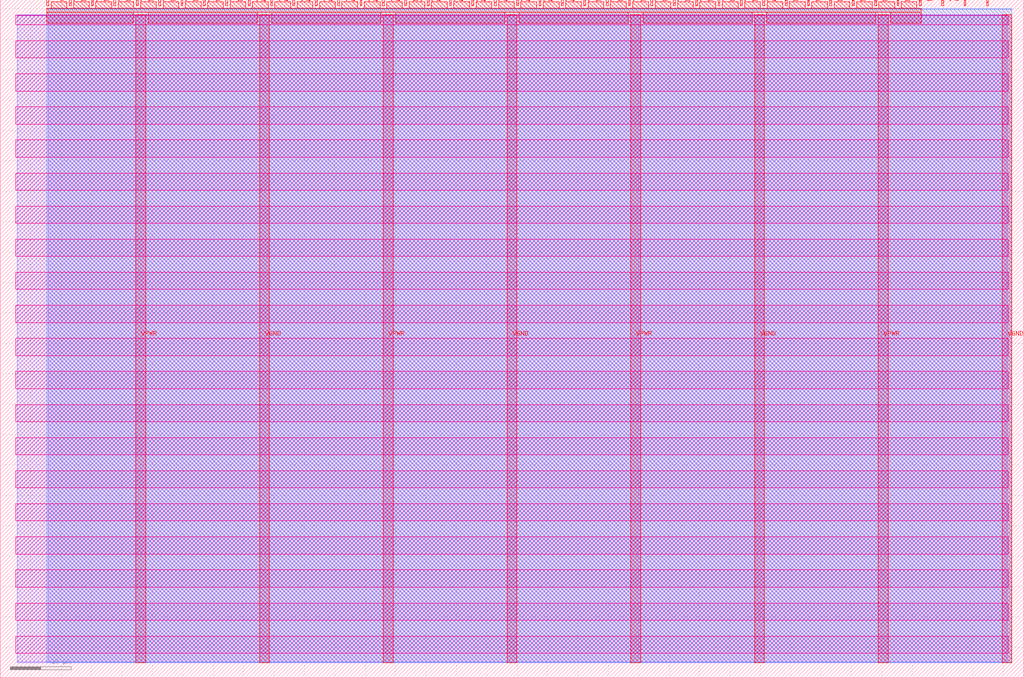
<source format=lef>
VERSION 5.7 ;
  NOWIREEXTENSIONATPIN ON ;
  DIVIDERCHAR "/" ;
  BUSBITCHARS "[]" ;
MACRO tt_um_wokwi_374636462642973697
  CLASS BLOCK ;
  FOREIGN tt_um_wokwi_374636462642973697 ;
  ORIGIN 0.000 0.000 ;
  SIZE 168.360 BY 111.520 ;
  PIN VGND
    DIRECTION INOUT ;
    USE GROUND ;
    PORT
      LAYER met4 ;
        RECT 42.670 2.480 44.270 109.040 ;
    END
    PORT
      LAYER met4 ;
        RECT 83.380 2.480 84.980 109.040 ;
    END
    PORT
      LAYER met4 ;
        RECT 124.090 2.480 125.690 109.040 ;
    END
    PORT
      LAYER met4 ;
        RECT 164.800 2.480 166.400 109.040 ;
    END
  END VGND
  PIN VPWR
    DIRECTION INOUT ;
    USE POWER ;
    PORT
      LAYER met4 ;
        RECT 22.315 2.480 23.915 109.040 ;
    END
    PORT
      LAYER met4 ;
        RECT 63.025 2.480 64.625 109.040 ;
    END
    PORT
      LAYER met4 ;
        RECT 103.735 2.480 105.335 109.040 ;
    END
    PORT
      LAYER met4 ;
        RECT 144.445 2.480 146.045 109.040 ;
    END
  END VPWR
  PIN clk
    DIRECTION INPUT ;
    USE SIGNAL ;
    PORT
      LAYER met4 ;
        RECT 158.550 110.520 158.850 111.520 ;
    END
  END clk
  PIN ena
    DIRECTION INPUT ;
    USE SIGNAL ;
    PORT
      LAYER met4 ;
        RECT 162.230 110.520 162.530 111.520 ;
    END
  END ena
  PIN rst_n
    DIRECTION INPUT ;
    USE SIGNAL ;
    PORT
      LAYER met4 ;
        RECT 154.870 110.520 155.170 111.520 ;
    END
  END rst_n
  PIN ui_in[0]
    DIRECTION INPUT ;
    USE SIGNAL ;
    ANTENNAGATEAREA 0.196500 ;
    PORT
      LAYER met4 ;
        RECT 151.190 110.520 151.490 111.520 ;
    END
  END ui_in[0]
  PIN ui_in[1]
    DIRECTION INPUT ;
    USE SIGNAL ;
    ANTENNAGATEAREA 0.213000 ;
    PORT
      LAYER met4 ;
        RECT 147.510 110.520 147.810 111.520 ;
    END
  END ui_in[1]
  PIN ui_in[2]
    DIRECTION INPUT ;
    USE SIGNAL ;
    ANTENNAGATEAREA 0.196500 ;
    PORT
      LAYER met4 ;
        RECT 143.830 110.520 144.130 111.520 ;
    END
  END ui_in[2]
  PIN ui_in[3]
    DIRECTION INPUT ;
    USE SIGNAL ;
    ANTENNAGATEAREA 0.196500 ;
    PORT
      LAYER met4 ;
        RECT 140.150 110.520 140.450 111.520 ;
    END
  END ui_in[3]
  PIN ui_in[4]
    DIRECTION INPUT ;
    USE SIGNAL ;
    ANTENNAGATEAREA 0.196500 ;
    PORT
      LAYER met4 ;
        RECT 136.470 110.520 136.770 111.520 ;
    END
  END ui_in[4]
  PIN ui_in[5]
    DIRECTION INPUT ;
    USE SIGNAL ;
    ANTENNAGATEAREA 0.213000 ;
    PORT
      LAYER met4 ;
        RECT 132.790 110.520 133.090 111.520 ;
    END
  END ui_in[5]
  PIN ui_in[6]
    DIRECTION INPUT ;
    USE SIGNAL ;
    ANTENNAGATEAREA 0.196500 ;
    PORT
      LAYER met4 ;
        RECT 129.110 110.520 129.410 111.520 ;
    END
  END ui_in[6]
  PIN ui_in[7]
    DIRECTION INPUT ;
    USE SIGNAL ;
    ANTENNAGATEAREA 0.196500 ;
    PORT
      LAYER met4 ;
        RECT 125.430 110.520 125.730 111.520 ;
    END
  END ui_in[7]
  PIN uio_in[0]
    DIRECTION INPUT ;
    USE SIGNAL ;
    PORT
      LAYER met4 ;
        RECT 121.750 110.520 122.050 111.520 ;
    END
  END uio_in[0]
  PIN uio_in[1]
    DIRECTION INPUT ;
    USE SIGNAL ;
    PORT
      LAYER met4 ;
        RECT 118.070 110.520 118.370 111.520 ;
    END
  END uio_in[1]
  PIN uio_in[2]
    DIRECTION INPUT ;
    USE SIGNAL ;
    PORT
      LAYER met4 ;
        RECT 114.390 110.520 114.690 111.520 ;
    END
  END uio_in[2]
  PIN uio_in[3]
    DIRECTION INPUT ;
    USE SIGNAL ;
    PORT
      LAYER met4 ;
        RECT 110.710 110.520 111.010 111.520 ;
    END
  END uio_in[3]
  PIN uio_in[4]
    DIRECTION INPUT ;
    USE SIGNAL ;
    PORT
      LAYER met4 ;
        RECT 107.030 110.520 107.330 111.520 ;
    END
  END uio_in[4]
  PIN uio_in[5]
    DIRECTION INPUT ;
    USE SIGNAL ;
    PORT
      LAYER met4 ;
        RECT 103.350 110.520 103.650 111.520 ;
    END
  END uio_in[5]
  PIN uio_in[6]
    DIRECTION INPUT ;
    USE SIGNAL ;
    PORT
      LAYER met4 ;
        RECT 99.670 110.520 99.970 111.520 ;
    END
  END uio_in[6]
  PIN uio_in[7]
    DIRECTION INPUT ;
    USE SIGNAL ;
    PORT
      LAYER met4 ;
        RECT 95.990 110.520 96.290 111.520 ;
    END
  END uio_in[7]
  PIN uio_oe[0]
    DIRECTION OUTPUT TRISTATE ;
    USE SIGNAL ;
    PORT
      LAYER met4 ;
        RECT 33.430 110.520 33.730 111.520 ;
    END
  END uio_oe[0]
  PIN uio_oe[1]
    DIRECTION OUTPUT TRISTATE ;
    USE SIGNAL ;
    PORT
      LAYER met4 ;
        RECT 29.750 110.520 30.050 111.520 ;
    END
  END uio_oe[1]
  PIN uio_oe[2]
    DIRECTION OUTPUT TRISTATE ;
    USE SIGNAL ;
    PORT
      LAYER met4 ;
        RECT 26.070 110.520 26.370 111.520 ;
    END
  END uio_oe[2]
  PIN uio_oe[3]
    DIRECTION OUTPUT TRISTATE ;
    USE SIGNAL ;
    PORT
      LAYER met4 ;
        RECT 22.390 110.520 22.690 111.520 ;
    END
  END uio_oe[3]
  PIN uio_oe[4]
    DIRECTION OUTPUT TRISTATE ;
    USE SIGNAL ;
    PORT
      LAYER met4 ;
        RECT 18.710 110.520 19.010 111.520 ;
    END
  END uio_oe[4]
  PIN uio_oe[5]
    DIRECTION OUTPUT TRISTATE ;
    USE SIGNAL ;
    PORT
      LAYER met4 ;
        RECT 15.030 110.520 15.330 111.520 ;
    END
  END uio_oe[5]
  PIN uio_oe[6]
    DIRECTION OUTPUT TRISTATE ;
    USE SIGNAL ;
    PORT
      LAYER met4 ;
        RECT 11.350 110.520 11.650 111.520 ;
    END
  END uio_oe[6]
  PIN uio_oe[7]
    DIRECTION OUTPUT TRISTATE ;
    USE SIGNAL ;
    PORT
      LAYER met4 ;
        RECT 7.670 110.520 7.970 111.520 ;
    END
  END uio_oe[7]
  PIN uio_out[0]
    DIRECTION OUTPUT TRISTATE ;
    USE SIGNAL ;
    PORT
      LAYER met4 ;
        RECT 62.870 110.520 63.170 111.520 ;
    END
  END uio_out[0]
  PIN uio_out[1]
    DIRECTION OUTPUT TRISTATE ;
    USE SIGNAL ;
    PORT
      LAYER met4 ;
        RECT 59.190 110.520 59.490 111.520 ;
    END
  END uio_out[1]
  PIN uio_out[2]
    DIRECTION OUTPUT TRISTATE ;
    USE SIGNAL ;
    PORT
      LAYER met4 ;
        RECT 55.510 110.520 55.810 111.520 ;
    END
  END uio_out[2]
  PIN uio_out[3]
    DIRECTION OUTPUT TRISTATE ;
    USE SIGNAL ;
    PORT
      LAYER met4 ;
        RECT 51.830 110.520 52.130 111.520 ;
    END
  END uio_out[3]
  PIN uio_out[4]
    DIRECTION OUTPUT TRISTATE ;
    USE SIGNAL ;
    PORT
      LAYER met4 ;
        RECT 48.150 110.520 48.450 111.520 ;
    END
  END uio_out[4]
  PIN uio_out[5]
    DIRECTION OUTPUT TRISTATE ;
    USE SIGNAL ;
    PORT
      LAYER met4 ;
        RECT 44.470 110.520 44.770 111.520 ;
    END
  END uio_out[5]
  PIN uio_out[6]
    DIRECTION OUTPUT TRISTATE ;
    USE SIGNAL ;
    PORT
      LAYER met4 ;
        RECT 40.790 110.520 41.090 111.520 ;
    END
  END uio_out[6]
  PIN uio_out[7]
    DIRECTION OUTPUT TRISTATE ;
    USE SIGNAL ;
    PORT
      LAYER met4 ;
        RECT 37.110 110.520 37.410 111.520 ;
    END
  END uio_out[7]
  PIN uo_out[0]
    DIRECTION OUTPUT TRISTATE ;
    USE SIGNAL ;
    ANTENNADIFFAREA 0.445500 ;
    PORT
      LAYER met4 ;
        RECT 92.310 110.520 92.610 111.520 ;
    END
  END uo_out[0]
  PIN uo_out[1]
    DIRECTION OUTPUT TRISTATE ;
    USE SIGNAL ;
    ANTENNADIFFAREA 0.795200 ;
    PORT
      LAYER met4 ;
        RECT 88.630 110.520 88.930 111.520 ;
    END
  END uo_out[1]
  PIN uo_out[2]
    DIRECTION OUTPUT TRISTATE ;
    USE SIGNAL ;
    ANTENNADIFFAREA 0.445500 ;
    PORT
      LAYER met4 ;
        RECT 84.950 110.520 85.250 111.520 ;
    END
  END uo_out[2]
  PIN uo_out[3]
    DIRECTION OUTPUT TRISTATE ;
    USE SIGNAL ;
    ANTENNADIFFAREA 0.445500 ;
    PORT
      LAYER met4 ;
        RECT 81.270 110.520 81.570 111.520 ;
    END
  END uo_out[3]
  PIN uo_out[4]
    DIRECTION OUTPUT TRISTATE ;
    USE SIGNAL ;
    ANTENNADIFFAREA 0.445500 ;
    PORT
      LAYER met4 ;
        RECT 77.590 110.520 77.890 111.520 ;
    END
  END uo_out[4]
  PIN uo_out[5]
    DIRECTION OUTPUT TRISTATE ;
    USE SIGNAL ;
    ANTENNADIFFAREA 0.445500 ;
    PORT
      LAYER met4 ;
        RECT 73.910 110.520 74.210 111.520 ;
    END
  END uo_out[5]
  PIN uo_out[6]
    DIRECTION OUTPUT TRISTATE ;
    USE SIGNAL ;
    ANTENNADIFFAREA 0.445500 ;
    PORT
      LAYER met4 ;
        RECT 70.230 110.520 70.530 111.520 ;
    END
  END uo_out[6]
  PIN uo_out[7]
    DIRECTION OUTPUT TRISTATE ;
    USE SIGNAL ;
    PORT
      LAYER met4 ;
        RECT 66.550 110.520 66.850 111.520 ;
    END
  END uo_out[7]
  OBS
      LAYER nwell ;
        RECT 2.570 107.385 165.790 108.990 ;
        RECT 2.570 101.945 165.790 104.775 ;
        RECT 2.570 96.505 165.790 99.335 ;
        RECT 2.570 91.065 165.790 93.895 ;
        RECT 2.570 85.625 165.790 88.455 ;
        RECT 2.570 80.185 165.790 83.015 ;
        RECT 2.570 74.745 165.790 77.575 ;
        RECT 2.570 69.305 165.790 72.135 ;
        RECT 2.570 63.865 165.790 66.695 ;
        RECT 2.570 58.425 165.790 61.255 ;
        RECT 2.570 52.985 165.790 55.815 ;
        RECT 2.570 47.545 165.790 50.375 ;
        RECT 2.570 42.105 165.790 44.935 ;
        RECT 2.570 36.665 165.790 39.495 ;
        RECT 2.570 31.225 165.790 34.055 ;
        RECT 2.570 25.785 165.790 28.615 ;
        RECT 2.570 20.345 165.790 23.175 ;
        RECT 2.570 14.905 165.790 17.735 ;
        RECT 2.570 9.465 165.790 12.295 ;
        RECT 2.570 4.025 165.790 6.855 ;
      LAYER li1 ;
        RECT 2.760 2.635 165.600 108.885 ;
      LAYER met1 ;
        RECT 2.760 2.480 166.400 109.040 ;
      LAYER met2 ;
        RECT 7.910 2.535 166.370 110.005 ;
      LAYER met3 ;
        RECT 7.630 2.555 166.390 109.985 ;
      LAYER met4 ;
        RECT 8.370 110.120 10.950 111.170 ;
        RECT 12.050 110.120 14.630 111.170 ;
        RECT 15.730 110.120 18.310 111.170 ;
        RECT 19.410 110.120 21.990 111.170 ;
        RECT 23.090 110.120 25.670 111.170 ;
        RECT 26.770 110.120 29.350 111.170 ;
        RECT 30.450 110.120 33.030 111.170 ;
        RECT 34.130 110.120 36.710 111.170 ;
        RECT 37.810 110.120 40.390 111.170 ;
        RECT 41.490 110.120 44.070 111.170 ;
        RECT 45.170 110.120 47.750 111.170 ;
        RECT 48.850 110.120 51.430 111.170 ;
        RECT 52.530 110.120 55.110 111.170 ;
        RECT 56.210 110.120 58.790 111.170 ;
        RECT 59.890 110.120 62.470 111.170 ;
        RECT 63.570 110.120 66.150 111.170 ;
        RECT 67.250 110.120 69.830 111.170 ;
        RECT 70.930 110.120 73.510 111.170 ;
        RECT 74.610 110.120 77.190 111.170 ;
        RECT 78.290 110.120 80.870 111.170 ;
        RECT 81.970 110.120 84.550 111.170 ;
        RECT 85.650 110.120 88.230 111.170 ;
        RECT 89.330 110.120 91.910 111.170 ;
        RECT 93.010 110.120 95.590 111.170 ;
        RECT 96.690 110.120 99.270 111.170 ;
        RECT 100.370 110.120 102.950 111.170 ;
        RECT 104.050 110.120 106.630 111.170 ;
        RECT 107.730 110.120 110.310 111.170 ;
        RECT 111.410 110.120 113.990 111.170 ;
        RECT 115.090 110.120 117.670 111.170 ;
        RECT 118.770 110.120 121.350 111.170 ;
        RECT 122.450 110.120 125.030 111.170 ;
        RECT 126.130 110.120 128.710 111.170 ;
        RECT 129.810 110.120 132.390 111.170 ;
        RECT 133.490 110.120 136.070 111.170 ;
        RECT 137.170 110.120 139.750 111.170 ;
        RECT 140.850 110.120 143.430 111.170 ;
        RECT 144.530 110.120 147.110 111.170 ;
        RECT 148.210 110.120 150.790 111.170 ;
        RECT 7.655 109.440 151.505 110.120 ;
        RECT 7.655 107.615 21.915 109.440 ;
        RECT 24.315 107.615 42.270 109.440 ;
        RECT 44.670 107.615 62.625 109.440 ;
        RECT 65.025 107.615 82.980 109.440 ;
        RECT 85.380 107.615 103.335 109.440 ;
        RECT 105.735 107.615 123.690 109.440 ;
        RECT 126.090 107.615 144.045 109.440 ;
        RECT 146.445 107.615 151.505 109.440 ;
  END
END tt_um_wokwi_374636462642973697
END LIBRARY


</source>
